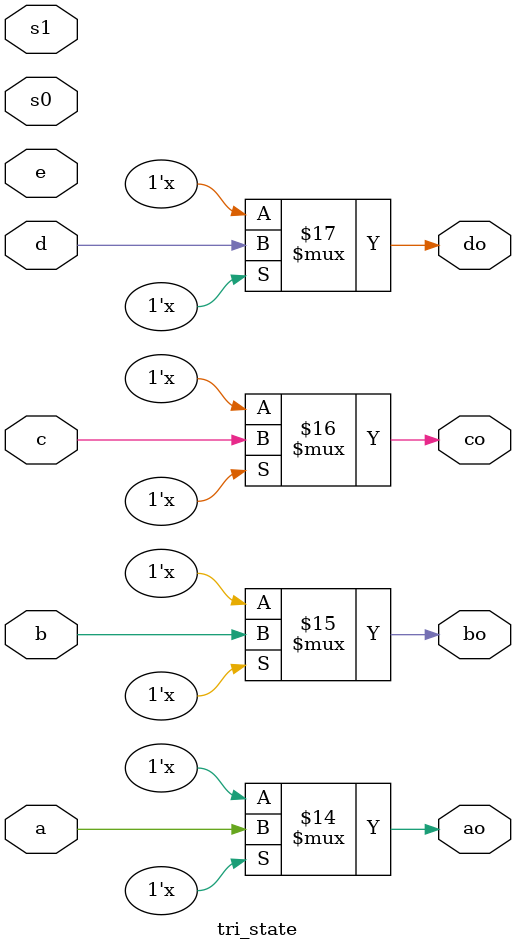
<source format=v>
module tri_state(
input wire a,b,c,d,
input wire s0,s1,e,
output reg ao,bo,co,do

);

reg ae,be,ce,de;

always@(*) begin

 if(e) begin
  if(s0 == 0 && s1 == 0)begin
   ae <= 1;
   be <= 0;
   ce <= 0;
   de <= 0;
   end
   else if(s0 == 0 && s1 ==1)begin
    be <= 1;
    ae <= 0;
    ce <= 0;
    de <= 0; 
   end
   else if(s0 == 1 && s1 == 0)begin
   ce <= 1;
   ae <= 0;
   be <= 0;
   de <= 0;
   end
   else if(s0 == 1 && s1 == 1)begin
   de <= 1;
   ae <= 0;
   be <= 0;
   ce <= 0;
   end
 
 end
 
 
 else begin
  ao = 1'bz;
  bo = 1'bz;
  co = 1'bz;
  do = 1'bz;

 end
 
 
  ao = ae ? a : 1'bz;
  bo = be ? b : 1'bz;
  co = ce ? c : 1'bz;
  do = de ? d : 1'bz;
 
end

endmodule


//chat-gpt modified
/*
module tri_state(
    input wire a, b, c, d,
    input wire s0, s1, e,
    output wire ao, bo, co, do
);

    wire [1:0] sel = {s1, s0};

    assign ao = (e && sel == 2'b00) ? a : 1'bz;
    assign bo = (e && sel == 2'b01) ? b : 1'bz;
    assign co = (e && sel == 2'b10) ? c : 1'bz;
    assign do = (e && sel == 2'b11) ? d : 1'bz;

endmodule
*/

</source>
